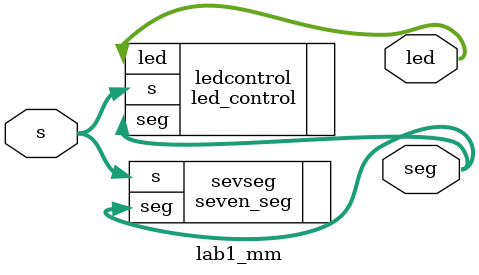
<source format=sv>

module lab1_mm(
	input logic [3:0] s,
	output logic [2:0] led, 
	output logic [6:0] seg
);

	// led control module
	led_control ledcontrol(.s(s), .led(led), .seg(seg));

    // seven segment module
	seven_seg sevseg(.s(s), .seg(seg));

endmodule
</source>
